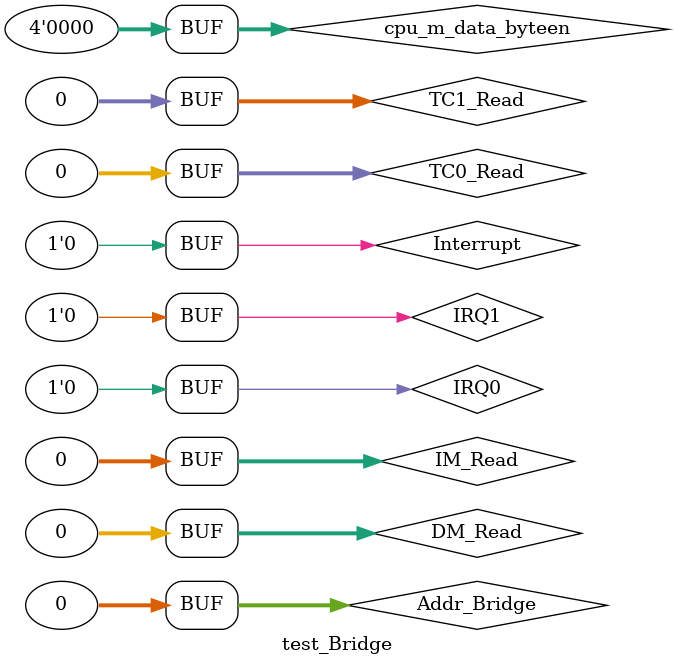
<source format=v>
`timescale 1ns / 1ps


module test_Bridge;

	// Inputs
	reg [31:0] Addr_Bridge;
	reg [31:0] IM_Read;
	reg [31:0] DM_Read;
	reg [31:0] TC0_Read;
	reg [31:0] TC1_Read;
	reg [3:0] cpu_m_data_byteen;
	reg IRQ0;
	reg IRQ1;
	reg Interrupt;

	// Outputs
	wire TC0_RegWrite;
	wire TC1_RegWrite;
	wire [3:0] bridge_m_data_byteen;
	wire [5:0] HWInt;
	wire [31:0] Bridge_Read;

	// Instantiate the Unit Under Test (UUT)
	Bridge uut (
		.Addr_Bridge(Addr_Bridge), 
		.IM_Read(IM_Read), 
		.DM_Read(DM_Read), 
		.TC0_Read(TC0_Read), 
		.TC1_Read(TC1_Read), 
		.cpu_m_data_byteen(cpu_m_data_byteen), 
		.IRQ0(IRQ0), 
		.IRQ1(IRQ1), 
		.Interrupt(Interrupt), 
		.TC0_RegWrite(TC0_RegWrite), 
		.TC1_RegWrite(TC1_RegWrite), 
		.bridge_m_data_byteen(bridge_m_data_byteen), 
		.HWInt(HWInt), 
		.Bridge_Read(Bridge_Read)
	);

	initial begin
		// Initialize Inputs
		Addr_Bridge = 0;
		IM_Read = 0;
		DM_Read = 0;
		TC0_Read = 0;
		TC1_Read = 0;
		cpu_m_data_byteen = 0;
		IRQ0 = 0;
		IRQ1 = 0;
		Interrupt = 0;

		// Wait 100 ns for global reset to finish
		#100;
        
		// Add stimulus here

	end
      
endmodule


</source>
